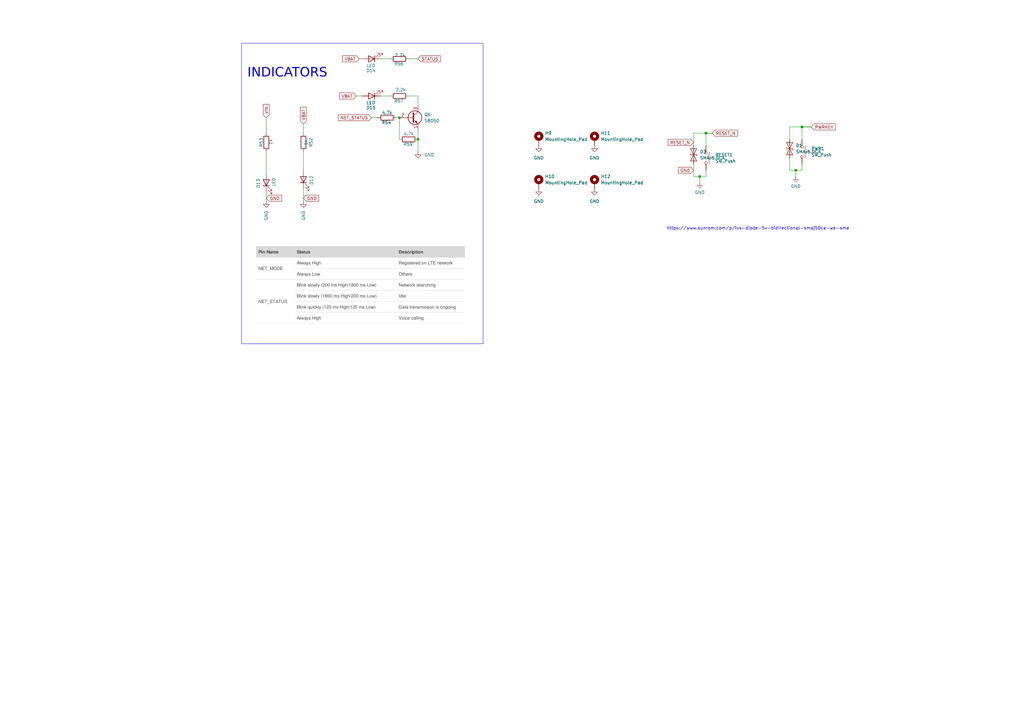
<source format=kicad_sch>
(kicad_sch (version 20250114) (generator "eeschema") (generator_version "9.0")
  (paper "A3")
  (title_block (title "Edgehax 4G to Eth") (date "2025-08-23") (rev "V2") (company "Edgehax") (comment 2 "Varshini CB"))
  (lib_symbols
    (symbol "CELUS:GND" (power) (pin_names (offset 0.762))
      (symbol "GND_0_1"
        (polyline (pts (xy -0.635 -1.905) (xy 0.635 -1.905)))
        (polyline (pts (xy -0.127 -2.54) (xy 0.127 -2.54)))
        (polyline (pts (xy 0 -1.27) (xy 0 0)))
        (polyline (pts (xy 1.27 -1.27) (xy -1.27 -1.27)))
      )
      (symbol "GND_1_1"
        (pin power_in line (at 0 0 270) (length 0) (hide yes) (name "GND") (number "1"))
      )
    )
    (symbol "Device:LED" (pin_numbers (hide yes)) (pin_names (offset 1.016) (hide yes))
      (property "Reference" "D" (at 0 2.54 0))
      (property "Value" "LED" (at 0 -2.54 0))
      (symbol "LED_0_1"
        (polyline (pts (xy -3.048 -0.762) (xy -4.572 -2.286) (xy -3.81 -2.286) (xy -4.572 -2.286) (xy -4.572 -1.524)))
        (polyline (pts (xy -1.778 -0.762) (xy -3.302 -2.286) (xy -2.54 -2.286) (xy -3.302 -2.286) (xy -3.302 -1.524)))
        (polyline (pts (xy -1.27 0) (xy 1.27 0)))
        (polyline (pts (xy -1.27 -1.27) (xy -1.27 1.27)) (stroke (width 0.254)))
        (polyline (pts (xy 1.27 -1.27) (xy 1.27 1.27) (xy -1.27 0) (xy 1.27 -1.27)) (stroke (width 0.254)))
      )
      (symbol "LED_1_1"
        (pin passive line (at -3.81 0 0) (length 2.54) (name "K") (number "1"))
        (pin passive line (at 3.81 0 180) (length 2.54) (name "A") (number "2"))
      )
    )
    (symbol "Device:R" (pin_numbers (hide yes)) (pin_names (offset 0))
      (property "Reference" "R" (at 2.032 0 90))
      (property "Value" "R" (at 0 0 90))
      (symbol "R_0_1"
        (rectangle (start -1.016 -2.54) (end 1.016 2.54) (stroke (width 0.254)))
      )
      (symbol "R_1_1"
        (pin passive line (at 0 3.81 270) (length 1.27) (name "~") (number "1"))
        (pin passive line (at 0 -3.81 90) (length 1.27) (name "~") (number "2"))
      )
    )
    (symbol "Diode:SMAJ5.0CA" (pin_numbers (hide yes)) (pin_names (offset 1.016) (hide yes))
      (property "Reference" "D" (at 0 2.54 0))
      (property "Value" "SMAJ5.0CA" (at 0 -2.54 0))
      (symbol "SMAJ5.0CA_0_1"
        (polyline (pts (xy -2.54 -1.27) (xy 0 0) (xy -2.54 1.27) (xy -2.54 -1.27)) (stroke (width 0.2032)))
        (polyline (pts (xy 0.508 1.27) (xy 0 1.27) (xy 0 -1.27) (xy -0.508 -1.27)) (stroke (width 0.2032)))
        (polyline (pts (xy 1.27 0) (xy -1.27 0)))
        (polyline (pts (xy 2.54 1.27) (xy 2.54 -1.27) (xy 0 0) (xy 2.54 1.27)) (stroke (width 0.2032)))
      )
      (symbol "SMAJ5.0CA_1_1"
        (pin passive line (at -3.81 0 0) (length 2.54) (name "A1") (number "1"))
        (pin passive line (at 3.81 0 180) (length 2.54) (name "A2") (number "2"))
      )
    )
    (symbol "Mechanical:MountingHole_Pad" (pin_numbers (hide yes)) (pin_names (offset 1.016) (hide yes)) (in_bom no)
      (property "Reference" "H" (at 0 6.35 0))
      (property "Value" "MountingHole_Pad" (at 0 4.445 0))
      (symbol "MountingHole_Pad_0_1"
        (circle (center 0 1.27) (radius 1.27) (stroke (width 1.27)))
      )
      (symbol "MountingHole_Pad_1_1"
        (pin input line (at 0 -2.54 90) (length 2.54) (name "1") (number "1"))
      )
    )
    (symbol "Switch:SW_Push" (pin_numbers (hide yes)) (pin_names (offset 1.016) (hide yes))
      (property "Reference" "SW" (at 1.27 2.54 0))
      (property "Value" "SW_Push" (at 0 -1.524 0))
      (symbol "SW_Push_0_1"
        (circle (center -2.032 0) (radius 0.508))
        (polyline (pts (xy 0 1.27) (xy 0 3.048)))
        (circle (center 2.032 0) (radius 0.508))
        (polyline (pts (xy 2.54 1.27) (xy -2.54 1.27)))
        (pin passive line (at -5.08 0 0) (length 2.54) (name "1") (number "1"))
        (pin passive line (at 5.08 0 180) (length 2.54) (name "2") (number "2"))
      )
    )
    (symbol "Transistor_BJT:S8050" (pin_names (offset 0) (hide yes))
      (property "Reference" "Q" (at 5.08 1.905 0))
      (property "Value" "S8050" (at 5.08 0 0))
      (symbol "S8050_0_1"
        (polyline (pts (xy -2.54 0) (xy 0.635 0)))
        (polyline (pts (xy 0.635 1.905) (xy 0.635 -1.905)) (stroke (width 0.508)))
        (circle (center 1.27 0) (radius 2.8194) (stroke (width 0.254)))
      )
      (symbol "S8050_1_1"
        (polyline (pts (xy 0.635 0.635) (xy 2.54 2.54)))
        (polyline (pts (xy 0.635 -0.635) (xy 2.54 -2.54)))
        (polyline (pts (xy 1.27 -1.778) (xy 1.778 -1.27) (xy 2.286 -2.286) (xy 1.27 -1.778)) (fill (type outline)))
        (pin input line (at -5.08 0 0) (length 2.54) (name "B") (number "2"))
        (pin passive line (at 2.54 5.08 270) (length 2.54) (name "C") (number "3"))
        (pin passive line (at 2.54 -5.08 90) (length 2.54) (name "E") (number "1"))
      )
    )
    (symbol "power:GND" (power) (pin_numbers (hide yes)) (pin_names (offset 0) (hide yes))
      (property "Value" "GND" (at 0 -3.81 0))
      (symbol "GND_0_1"
        (polyline (pts (xy 0 0) (xy 0 -1.27) (xy 1.27 -1.27) (xy 0 -2.54) (xy -1.27 -1.27) (xy 0 -1.27)))
      )
      (symbol "GND_1_1"
        (pin power_in line (at 0 0 270) (length 0) (name "~") (number "1"))
      )
    )
  )
  (rectangle (start 99.06 17.78) (end 198.12 140.97))
  (text "https://www.sunrom.com/p/tvs-diode-5v-bidirectional-smaj50ca-we-sma" (at 310.896 93.726 0) (effects (font (size 1.27 1.27))))
  (text "INDICATORS" (at 117.856 30.988 0) (effects (font (size 3.81 3.81))))
  (junction (at 171.45 57.15))
  (junction (at 328.93 52.07))
  (junction (at 163.83 48.26))
  (junction (at 289.56 54.61))
  (junction (at 287.02 72.39))
  (junction (at 326.39 69.85))
  (wire (pts (xy 171.45 57.15) (xy 171.45 62.23)))
  (wire (pts (xy 124.46 77.47) (xy 124.46 82.55)))
  (wire (pts (xy 124.46 62.23) (xy 124.46 69.85)))
  (wire (pts (xy 323.85 64.77) (xy 323.85 69.85)) (stroke (width 0.1524)))
  (wire (pts (xy 109.22 48.26) (xy 109.22 54.61)))
  (wire (pts (xy 287.02 72.39) (xy 289.56 72.39)) (stroke (width 0.1524)))
  (wire (pts (xy 323.85 57.15) (xy 323.85 52.07)) (stroke (width 0.1524)))
  (wire (pts (xy 284.48 59.69) (xy 284.48 54.61)) (stroke (width 0.1524)))
  (wire (pts (xy 328.93 57.15) (xy 328.93 52.07)) (stroke (width 0.1524)))
  (wire (pts (xy 171.45 53.34) (xy 171.45 57.15)))
  (wire (pts (xy 289.56 59.69) (xy 289.56 54.61)) (stroke (width 0.1524)))
  (wire (pts (xy 289.56 54.61) (xy 292.1 54.61)) (stroke (width 0.1524)))
  (wire (pts (xy 156.21 39.37) (xy 160.02 39.37)))
  (wire (pts (xy 156.21 24.13) (xy 160.02 24.13)))
  (wire (pts (xy 124.46 50.8) (xy 124.46 54.61)))
  (wire (pts (xy 323.85 69.85) (xy 326.39 69.85)) (stroke (width 0.1524)))
  (wire (pts (xy 328.93 52.07) (xy 332.74 52.07)) (stroke (width 0.1524)))
  (wire (pts (xy 171.45 39.37) (xy 171.45 43.18)))
  (wire (pts (xy 284.48 54.61) (xy 289.56 54.61)) (stroke (width 0.1524)))
  (wire (pts (xy 287.02 72.39) (xy 287.02 74.93)) (stroke (width 0.1524)))
  (wire (pts (xy 163.83 57.15) (xy 163.83 48.26)))
  (wire (pts (xy 147.32 24.13) (xy 148.59 24.13)))
  (wire (pts (xy 167.64 24.13) (xy 171.45 24.13)))
  (wire (pts (xy 292.1 54.61) (xy 289.56 54.61)))
  (wire (pts (xy 152.4 48.26) (xy 154.94 48.26)))
  (wire (pts (xy 326.39 69.85) (xy 328.93 69.85)) (stroke (width 0.1524)))
  (wire (pts (xy 323.85 52.07) (xy 328.93 52.07)) (stroke (width 0.1524)))
  (wire (pts (xy 167.64 39.37) (xy 171.45 39.37)))
  (wire (pts (xy 326.39 69.85) (xy 326.39 72.39)) (stroke (width 0.1524)))
  (wire (pts (xy 289.56 72.39) (xy 289.56 69.85)) (stroke (width 0.1524)))
  (wire (pts (xy 284.48 72.39) (xy 287.02 72.39)) (stroke (width 0.1524)))
  (wire (pts (xy 146.05 39.37) (xy 148.59 39.37)))
  (wire (pts (xy 109.22 78.74) (xy 109.22 82.55)))
  (wire (pts (xy 163.83 48.26) (xy 162.56 48.26)))
  (wire (pts (xy 284.48 67.31) (xy 284.48 72.39)) (stroke (width 0.1524)))
  (wire (pts (xy 332.74 52.07) (xy 328.93 52.07)))
  (wire (pts (xy 328.93 69.85) (xy 328.93 67.31)) (stroke (width 0.1524)))
  (wire (pts (xy 109.22 62.23) (xy 109.22 71.12)))
  (image (at 148.59 116.84))
  (global_label "VBAT" (shape input) (at 124.46 50.8 90) (property "Intersheetrefs" "${INTERSHEET_REFS}" (at 124.46 43.3049 90) (effects (justify left))))
  (global_label "VBAT" (shape input) (at 146.05 39.37 180) (property "Intersheetrefs" "${INTERSHEET_REFS}" (at 138.5549 39.37 0) (effects (justify right))))
  (global_label "GND" (shape input) (at 109.22 81.28 0) (property "Intersheetrefs" "${INTERSHEET_REFS}" (at 116.1708 81.28 0) (effects (justify left))))
  (global_label "VIN" (shape input) (at 109.22 48.26 90) (property "Intersheetrefs" "${INTERSHEET_REFS}" (at 109.22 42.1558 90) (effects (justify left))))
  (global_label "GND" (shape input) (at 124.46 81.28 0) (property "Intersheetrefs" "${INTERSHEET_REFS}" (at 131.4108 81.28 0) (effects (justify left))))
  (global_label "VBAT" (shape input) (at 147.32 24.13 180) (property "Intersheetrefs" "${INTERSHEET_REFS}" (at 139.92 24.13 0) (effects (justify right))))
  (global_label "PWRKEY" (shape input) (at 332.74 52.07 0) (property "Intersheetrefs" "${INTERSHEET_REFS}" (at 343.3193 52.07 0) (effects (justify left))))
  (global_label "NET_STATUS" (shape input) (at 152.4 48.26 180) (property "Intersheetrefs" "${INTERSHEET_REFS}" (at 138.1317 48.26 0) (effects (justify right))))
  (global_label "RESET_N" (shape input) (at 292.1 54.61 0) (property "Intersheetrefs" "${INTERSHEET_REFS}" (at 303.2235 54.61 0) (effects (justify left))))
  (global_label "RESET_N" (shape input) (at 284.48 58.42 180) (property "Intersheetrefs" "${INTERSHEET_REFS}" (at 273.3565 58.42 0) (effects (justify right))))
  (global_label "STATUS" (shape input) (at 171.45 24.13 0) (property "Intersheetrefs" "${INTERSHEET_REFS}" (at 181.3036 24.13 0) (effects (justify left))))
  (global_label "GND" (shape input) (at 284.48 69.85 180) (property "Intersheetrefs" "${INTERSHEET_REFS}" (at 277.5292 69.85 0) (effects (justify right))))
  (symbol (lib_id "Mechanical:MountingHole_Pad") (at 220.98 57.15 0) (unit 1) (in_bom no)
    (property "Reference" "H9" (at 223.52 54.6099 0) (effects (justify left)))
    (property "Value" "MountingHole_Pad" (at 223.52 57.1499 0) (effects (justify left)))
    (property "Footprint" "MountingHole:MountingHole_2.2mm_M2_Pad_Via" (effects (hide yes)))
    (property "Description" "Mounting Hole with connection" (effects (hide yes)))
  )
  (symbol (lib_id "Device:LED") (at 152.4 39.37 180) (unit 1)
    (property "Reference" "D15" (at 152.146 44.196 0))
    (property "Value" "LED" (at 152.146 42.164 0))
    (property "Footprint" "Diode_SMD:D_0603_1608Metric" (effects (hide yes)))
    (property "Description" "Light emitting diode" (effects (hide yes)))
    (property "Sim.Pins" "1=K 2=A" (effects (hide yes)))
  )
  (symbol (lib_id "Switch:SW_Push") (at 328.93 62.23 270) (unit 1)
    (property "Reference" "PWR1" (at 332.74 60.9599 90) (effects (justify left)))
    (property "Value" "SW_Push" (at 332.74 63.4999 90) (effects (justify left)))
    (property "Footprint" "project_footprints:SW_EG1218" (effects (hide yes)))
    (property "Description" "Push button switch, generic, two pins" (effects (hide yes)))
  )
  (symbol (lib_id "Diode:SMAJ5.0CA") (at 284.48 63.5 90) (unit 1)
    (property "Reference" "D3" (at 287.02 62.2299 90) (effects (justify right)))
    (property "Value" "SMAJ5.0CA" (at 287.02 64.7699 90) (effects (justify right)))
    (property "Footprint" "Diode_SMD:D_SMA" (effects (hide yes)))
    (property "Datasheet" "https://www.littelfuse.com/media?resourcetype=datasheets&itemid=75e32973-b177-4ee3-a0ff-cedaf1abdb93&filename=smaj-datasheet" (effects (hide yes)))
    (property "Description" "400W bidirectional Transient Voltage Suppressor, 5.0Vr, SMA(DO-214AC)" (effects (hide yes)))
  )
  (symbol (lib_id "power:GND") (at 109.22 82.55 0) (unit 1)
    (property "Reference" "#PWR0124" (effects (hide yes)))
    (property "Value" "GND" (at 109.2201 86.36 90) (effects (justify right)))
    (property "Description" "Power symbol creates a global label with name \"GND\" , ground" (effects (hide yes)))
  )
  (symbol (lib_id "power:GND") (at 243.84 77.47 0) (unit 1)
    (property "Reference" "#PWR060" (effects (hide yes)))
    (property "Value" "GND" (at 243.84 82.55 0))
    (property "Description" "Power symbol creates a global label with name \"GND\" , ground" (effects (hide yes)))
  )
  (symbol (lib_id "Device:R") (at 124.46 58.42 0) (unit 1)
    (property "Reference" "R52" (at 127.508 58.42 90))
    (property "Value" "1k" (at 125.476 58.42 90))
    (property "Footprint" "Resistor_SMD:R_0603_1608Metric" (effects (hide yes)))
    (property "Description" "Resistor" (effects (hide yes)))
  )
  (symbol (lib_id "Device:R") (at 163.83 39.37 90) (unit 1)
    (property "Reference" "R57" (at 163.576 41.402 90))
    (property "Value" "2.2k" (at 164.338 36.83 90))
    (property "Footprint" "Resistor_SMD:R_0603_1608Metric" (effects (hide yes)))
    (property "Description" "Resistor" (effects (hide yes)))
  )
  (symbol (lib_id "Device:R") (at 158.75 48.26 90) (unit 1)
    (property "Reference" "R54" (at 158.496 50.292 90))
    (property "Value" "4.7k" (at 158.75 46.228 90))
    (property "Footprint" "Resistor_SMD:R_0603_1608Metric" (effects (hide yes)))
    (property "Description" "Resistor" (effects (hide yes)))
  )
  (symbol (lib_id "Transistor_BJT:S8050") (at 168.91 48.26 0) (unit 1)
    (property "Reference" "Q6" (at 173.99 46.9899 0) (effects (justify left)))
    (property "Value" "S8050" (at 173.99 49.5299 0) (effects (justify left)))
    (property "Footprint" "project_footprints:SOT-23" (effects (hide yes)))
    (property "Datasheet" "http://www.unisonic.com.tw/datasheet/S8050.pdf" (effects (hide yes)))
    (property "Description" "0.7A Ic, 20V Vce, Low Voltage High Current NPN Transistor, TO-92" (effects (hide yes)))
  )
  (symbol (lib_id "Device:R") (at 109.22 58.42 0) (unit 1)
    (property "Reference" "R53" (at 107.188 58.42 90))
    (property "Value" "1k" (at 110.998 58.166 90))
    (property "Footprint" "Resistor_SMD:R_0603_1608Metric" (effects (hide yes)))
    (property "Description" "Resistor" (effects (hide yes)))
  )
  (symbol (lib_id "power:GND") (at 171.45 62.23 0) (unit 1)
    (property "Reference" "#PWR0125" (effects (hide yes)))
    (property "Value" "GND" (at 173.99 63.4999 0) (effects (justify left)))
    (property "Description" "Power symbol creates a global label with name \"GND\" , ground" (effects (hide yes)))
  )
  (symbol (lib_id "power:GND") (at 220.98 59.69 0) (unit 1)
    (property "Reference" "#PWR035" (effects (hide yes)))
    (property "Value" "GND" (at 220.98 64.77 0))
    (property "Description" "Power symbol creates a global label with name \"GND\" , ground" (effects (hide yes)))
  )
  (symbol (lib_id "CELUS:GND") (at 287.02 74.93 0) (mirror y) (unit 1)
    (property "Reference" "#PWR0127" (effects (hide yes)))
    (property "Value" "GND" (at 287.02 78.93 0))
  )
  (symbol (lib_id "Device:LED") (at 152.4 24.13 180) (unit 1)
    (property "Reference" "D14" (at 152.146 28.956 0))
    (property "Value" "LED" (at 152.146 26.924 0))
    (property "Footprint" "Diode_SMD:D_0603_1608Metric" (effects (hide yes)))
    (property "Description" "Light emitting diode" (effects (hide yes)))
    (property "Sim.Pins" "1=K 2=A" (effects (hide yes)))
  )
  (symbol (lib_id "power:GND") (at 124.46 82.55 0) (unit 1)
    (property "Reference" "#PWR0123" (effects (hide yes)))
    (property "Value" "GND" (at 124.4601 86.36 90) (effects (justify right)))
    (property "Description" "Power symbol creates a global label with name \"GND\" , ground" (effects (hide yes)))
  )
  (symbol (lib_id "Mechanical:MountingHole_Pad") (at 220.98 74.93 0) (unit 1) (in_bom no)
    (property "Reference" "H10" (at 223.52 72.3899 0) (effects (justify left)))
    (property "Value" "MountingHole_Pad" (at 223.52 74.9299 0) (effects (justify left)))
    (property "Footprint" "MountingHole:MountingHole_2.2mm_M2_Pad_Via" (effects (hide yes)))
    (property "Description" "Mounting Hole with connection" (effects (hide yes)))
  )
  (symbol (lib_id "Switch:SW_Push") (at 289.56 64.77 270) (unit 1)
    (property "Reference" "RESET1" (at 293.37 63.4999 90) (effects (justify left)))
    (property "Value" "SW_Push" (at 293.37 66.0399 90) (effects (justify left)))
    (property "Footprint" "Button_Switch_SMD:SW_SPST_B3U-1000P" (effects (hide yes)))
    (property "Description" "Push button switch, generic, two pins" (effects (hide yes)))
  )
  (symbol (lib_id "Device:LED") (at 124.46 73.66 90) (unit 1)
    (property "Reference" "D12" (at 127.762 73.914 0))
    (property "Value" "LED" (effects (hide yes)))
    (property "Footprint" "Diode_SMD:D_0603_1608Metric" (effects (hide yes)))
    (property "Description" "Light emitting diode" (effects (hide yes)))
    (property "Sim.Pins" "1=K 2=A" (effects (hide yes)))
  )
  (symbol (lib_id "Diode:SMAJ5.0CA") (at 323.85 60.96 90) (unit 1)
    (property "Reference" "D1" (at 326.39 59.6899 90) (effects (justify right)))
    (property "Value" "SMAJ5.0CA" (at 326.39 62.2299 90) (effects (justify right)))
    (property "Footprint" "Diode_SMD:D_SMA" (effects (hide yes)))
    (property "Datasheet" "https://www.littelfuse.com/media?resourcetype=datasheets&itemid=75e32973-b177-4ee3-a0ff-cedaf1abdb93&filename=smaj-datasheet" (effects (hide yes)))
    (property "Description" "400W bidirectional Transient Voltage Suppressor, 5.0Vr, SMA(DO-214AC)" (effects (hide yes)))
  )
  (symbol (lib_id "power:GND") (at 220.98 77.47 0) (unit 1)
    (property "Reference" "#PWR047" (effects (hide yes)))
    (property "Value" "GND" (at 220.98 82.55 0))
    (property "Description" "Power symbol creates a global label with name \"GND\" , ground" (effects (hide yes)))
  )
  (symbol (lib_id "Mechanical:MountingHole_Pad") (at 243.84 57.15 0) (unit 1) (in_bom no)
    (property "Reference" "H11" (at 246.38 54.6099 0) (effects (justify left)))
    (property "Value" "MountingHole_Pad" (at 246.38 57.1499 0) (effects (justify left)))
    (property "Footprint" "MountingHole:MountingHole_2.2mm_M2_Pad_Via" (effects (hide yes)))
    (property "Description" "Mounting Hole with connection" (effects (hide yes)))
  )
  (symbol (lib_id "Device:R") (at 163.83 24.13 90) (unit 1)
    (property "Reference" "R56" (at 163.576 26.162 90))
    (property "Value" "2.2k" (at 164.084 22.606 90))
    (property "Footprint" "Resistor_SMD:R_0603_1608Metric" (effects (hide yes)))
    (property "Description" "Resistor" (effects (hide yes)))
  )
  (symbol (lib_id "power:GND") (at 243.84 59.69 0) (unit 1)
    (property "Reference" "#PWR052" (effects (hide yes)))
    (property "Value" "GND" (at 243.84 64.77 0))
    (property "Description" "Power symbol creates a global label with name \"GND\" , ground" (effects (hide yes)))
  )
  (symbol (lib_id "Device:LED") (at 109.22 74.93 90) (unit 1)
    (property "Reference" "D13" (at 105.918 75.184 0))
    (property "Value" "LED" (at 112.268 74.676 0))
    (property "Footprint" "Diode_SMD:D_0603_1608Metric" (effects (hide yes)))
    (property "Description" "Light emitting diode" (effects (hide yes)))
    (property "Sim.Pins" "1=K 2=A" (effects (hide yes)))
  )
  (symbol (lib_id "CELUS:GND") (at 326.39 72.39 0) (mirror y) (unit 1)
    (property "Reference" "#PWR025" (effects (hide yes)))
    (property "Value" "GND" (at 326.39 76.39 0))
  )
  (symbol (lib_id "Mechanical:MountingHole_Pad") (at 243.84 74.93 0) (unit 1) (in_bom no)
    (property "Reference" "H12" (at 246.38 72.3899 0) (effects (justify left)))
    (property "Value" "MountingHole_Pad" (at 246.38 74.9299 0) (effects (justify left)))
    (property "Footprint" "MountingHole:MountingHole_2.2mm_M2_Pad_Via" (effects (hide yes)))
    (property "Description" "Mounting Hole with connection" (effects (hide yes)))
  )
  (symbol (lib_id "Device:R") (at 167.64 57.15 90) (unit 1)
    (property "Reference" "R59" (at 167.386 59.182 90))
    (property "Value" "4.7k" (at 167.64 54.864 90))
    (property "Footprint" "Resistor_SMD:R_0603_1608Metric" (effects (hide yes)))
    (property "Description" "Resistor" (effects (hide yes)))
  )
)
</source>
